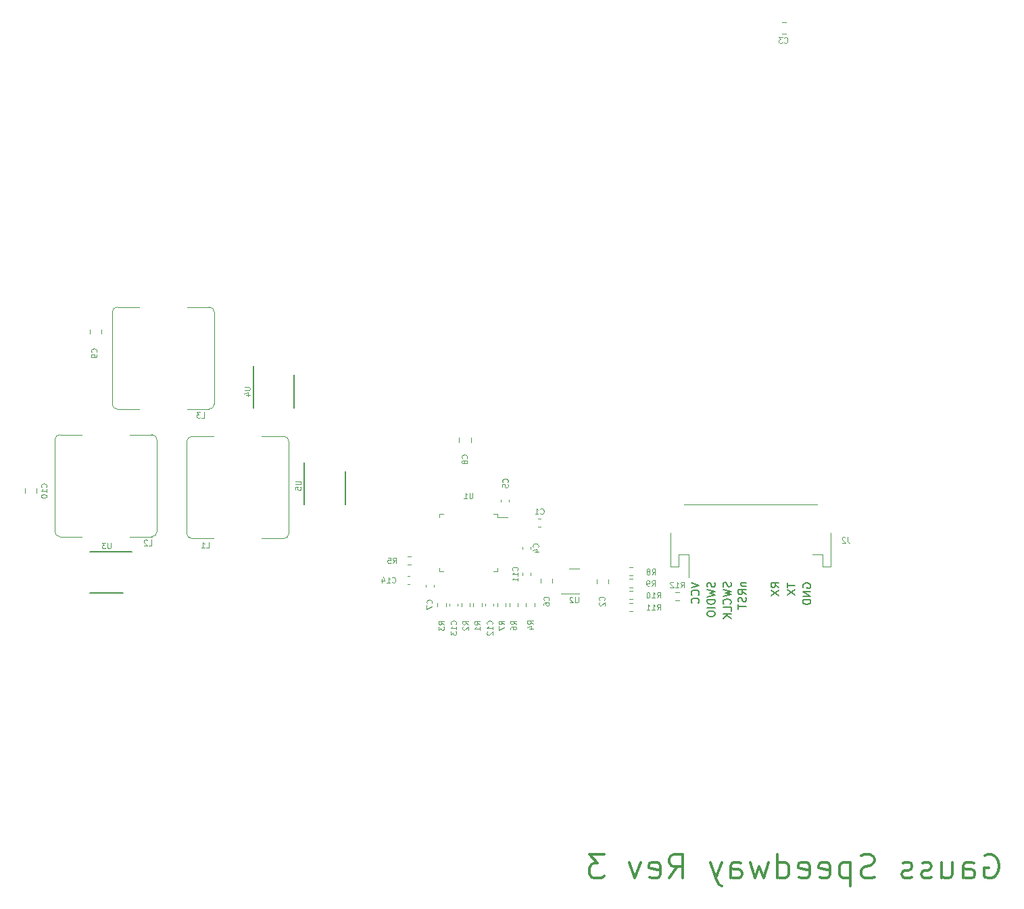
<source format=gbr>
%TF.GenerationSoftware,KiCad,Pcbnew,6.0.9-8da3e8f707~117~ubuntu22.04.1*%
%TF.CreationDate,2022-12-16T10:19:31-08:00*%
%TF.ProjectId,GaussSpeedway,47617573-7353-4706-9565-647761792e6b,rev?*%
%TF.SameCoordinates,Original*%
%TF.FileFunction,Legend,Bot*%
%TF.FilePolarity,Positive*%
%FSLAX46Y46*%
G04 Gerber Fmt 4.6, Leading zero omitted, Abs format (unit mm)*
G04 Created by KiCad (PCBNEW 6.0.9-8da3e8f707~117~ubuntu22.04.1) date 2022-12-16 10:19:31*
%MOMM*%
%LPD*%
G01*
G04 APERTURE LIST*
%ADD10C,0.150000*%
%ADD11C,0.300000*%
%ADD12C,0.100000*%
%ADD13C,0.120000*%
G04 APERTURE END LIST*
D10*
X234875000Y-149313095D02*
X234827380Y-149217857D01*
X234827380Y-149075000D01*
X234875000Y-148932142D01*
X234970238Y-148836904D01*
X235065476Y-148789285D01*
X235255952Y-148741666D01*
X235398809Y-148741666D01*
X235589285Y-148789285D01*
X235684523Y-148836904D01*
X235779761Y-148932142D01*
X235827380Y-149075000D01*
X235827380Y-149170238D01*
X235779761Y-149313095D01*
X235732142Y-149360714D01*
X235398809Y-149360714D01*
X235398809Y-149170238D01*
X235827380Y-149789285D02*
X234827380Y-149789285D01*
X235827380Y-150360714D01*
X234827380Y-150360714D01*
X235827380Y-150836904D02*
X234827380Y-150836904D01*
X234827380Y-151075000D01*
X234875000Y-151217857D01*
X234970238Y-151313095D01*
X235065476Y-151360714D01*
X235255952Y-151408333D01*
X235398809Y-151408333D01*
X235589285Y-151360714D01*
X235684523Y-151313095D01*
X235779761Y-151217857D01*
X235827380Y-151075000D01*
X235827380Y-150836904D01*
X231852380Y-149283333D02*
X231376190Y-148950000D01*
X231852380Y-148711904D02*
X230852380Y-148711904D01*
X230852380Y-149092857D01*
X230900000Y-149188095D01*
X230947619Y-149235714D01*
X231042857Y-149283333D01*
X231185714Y-149283333D01*
X231280952Y-149235714D01*
X231328571Y-149188095D01*
X231376190Y-149092857D01*
X231376190Y-148711904D01*
X230852380Y-149616666D02*
X231852380Y-150283333D01*
X230852380Y-150283333D02*
X231852380Y-149616666D01*
X232877380Y-148713095D02*
X232877380Y-149284523D01*
X233877380Y-148998809D02*
X232877380Y-148998809D01*
X232877380Y-149522619D02*
X233877380Y-150189285D01*
X232877380Y-150189285D02*
X233877380Y-149522619D01*
D11*
X257678571Y-182875000D02*
X257964285Y-182732142D01*
X258392857Y-182732142D01*
X258821428Y-182875000D01*
X259107142Y-183160714D01*
X259250000Y-183446428D01*
X259392857Y-184017857D01*
X259392857Y-184446428D01*
X259250000Y-185017857D01*
X259107142Y-185303571D01*
X258821428Y-185589285D01*
X258392857Y-185732142D01*
X258107142Y-185732142D01*
X257678571Y-185589285D01*
X257535714Y-185446428D01*
X257535714Y-184446428D01*
X258107142Y-184446428D01*
X254964285Y-185732142D02*
X254964285Y-184160714D01*
X255107142Y-183875000D01*
X255392857Y-183732142D01*
X255964285Y-183732142D01*
X256250000Y-183875000D01*
X254964285Y-185589285D02*
X255250000Y-185732142D01*
X255964285Y-185732142D01*
X256250000Y-185589285D01*
X256392857Y-185303571D01*
X256392857Y-185017857D01*
X256250000Y-184732142D01*
X255964285Y-184589285D01*
X255250000Y-184589285D01*
X254964285Y-184446428D01*
X252250000Y-183732142D02*
X252250000Y-185732142D01*
X253535714Y-183732142D02*
X253535714Y-185303571D01*
X253392857Y-185589285D01*
X253107142Y-185732142D01*
X252678571Y-185732142D01*
X252392857Y-185589285D01*
X252250000Y-185446428D01*
X250964285Y-185589285D02*
X250678571Y-185732142D01*
X250107142Y-185732142D01*
X249821428Y-185589285D01*
X249678571Y-185303571D01*
X249678571Y-185160714D01*
X249821428Y-184875000D01*
X250107142Y-184732142D01*
X250535714Y-184732142D01*
X250821428Y-184589285D01*
X250964285Y-184303571D01*
X250964285Y-184160714D01*
X250821428Y-183875000D01*
X250535714Y-183732142D01*
X250107142Y-183732142D01*
X249821428Y-183875000D01*
X248535714Y-185589285D02*
X248250000Y-185732142D01*
X247678571Y-185732142D01*
X247392857Y-185589285D01*
X247250000Y-185303571D01*
X247250000Y-185160714D01*
X247392857Y-184875000D01*
X247678571Y-184732142D01*
X248107142Y-184732142D01*
X248392857Y-184589285D01*
X248535714Y-184303571D01*
X248535714Y-184160714D01*
X248392857Y-183875000D01*
X248107142Y-183732142D01*
X247678571Y-183732142D01*
X247392857Y-183875000D01*
X243821428Y-185589285D02*
X243392857Y-185732142D01*
X242678571Y-185732142D01*
X242392857Y-185589285D01*
X242250000Y-185446428D01*
X242107142Y-185160714D01*
X242107142Y-184875000D01*
X242250000Y-184589285D01*
X242392857Y-184446428D01*
X242678571Y-184303571D01*
X243250000Y-184160714D01*
X243535714Y-184017857D01*
X243678571Y-183875000D01*
X243821428Y-183589285D01*
X243821428Y-183303571D01*
X243678571Y-183017857D01*
X243535714Y-182875000D01*
X243250000Y-182732142D01*
X242535714Y-182732142D01*
X242107142Y-182875000D01*
X240821428Y-183732142D02*
X240821428Y-186732142D01*
X240821428Y-183875000D02*
X240535714Y-183732142D01*
X239964285Y-183732142D01*
X239678571Y-183875000D01*
X239535714Y-184017857D01*
X239392857Y-184303571D01*
X239392857Y-185160714D01*
X239535714Y-185446428D01*
X239678571Y-185589285D01*
X239964285Y-185732142D01*
X240535714Y-185732142D01*
X240821428Y-185589285D01*
X236964285Y-185589285D02*
X237250000Y-185732142D01*
X237821428Y-185732142D01*
X238107142Y-185589285D01*
X238250000Y-185303571D01*
X238250000Y-184160714D01*
X238107142Y-183875000D01*
X237821428Y-183732142D01*
X237250000Y-183732142D01*
X236964285Y-183875000D01*
X236821428Y-184160714D01*
X236821428Y-184446428D01*
X238250000Y-184732142D01*
X234392857Y-185589285D02*
X234678571Y-185732142D01*
X235250000Y-185732142D01*
X235535714Y-185589285D01*
X235678571Y-185303571D01*
X235678571Y-184160714D01*
X235535714Y-183875000D01*
X235250000Y-183732142D01*
X234678571Y-183732142D01*
X234392857Y-183875000D01*
X234250000Y-184160714D01*
X234250000Y-184446428D01*
X235678571Y-184732142D01*
X231678571Y-185732142D02*
X231678571Y-182732142D01*
X231678571Y-185589285D02*
X231964285Y-185732142D01*
X232535714Y-185732142D01*
X232821428Y-185589285D01*
X232964285Y-185446428D01*
X233107142Y-185160714D01*
X233107142Y-184303571D01*
X232964285Y-184017857D01*
X232821428Y-183875000D01*
X232535714Y-183732142D01*
X231964285Y-183732142D01*
X231678571Y-183875000D01*
X230535714Y-183732142D02*
X229964285Y-185732142D01*
X229392857Y-184303571D01*
X228821428Y-185732142D01*
X228250000Y-183732142D01*
X225821428Y-185732142D02*
X225821428Y-184160714D01*
X225964285Y-183875000D01*
X226250000Y-183732142D01*
X226821428Y-183732142D01*
X227107142Y-183875000D01*
X225821428Y-185589285D02*
X226107142Y-185732142D01*
X226821428Y-185732142D01*
X227107142Y-185589285D01*
X227250000Y-185303571D01*
X227250000Y-185017857D01*
X227107142Y-184732142D01*
X226821428Y-184589285D01*
X226107142Y-184589285D01*
X225821428Y-184446428D01*
X224678571Y-183732142D02*
X223964285Y-185732142D01*
X223250000Y-183732142D02*
X223964285Y-185732142D01*
X224250000Y-186446428D01*
X224392857Y-186589285D01*
X224678571Y-186732142D01*
X218107142Y-185732142D02*
X219107142Y-184303571D01*
X219821428Y-185732142D02*
X219821428Y-182732142D01*
X218678571Y-182732142D01*
X218392857Y-182875000D01*
X218250000Y-183017857D01*
X218107142Y-183303571D01*
X218107142Y-183732142D01*
X218250000Y-184017857D01*
X218392857Y-184160714D01*
X218678571Y-184303571D01*
X219821428Y-184303571D01*
X215678571Y-185589285D02*
X215964285Y-185732142D01*
X216535714Y-185732142D01*
X216821428Y-185589285D01*
X216964285Y-185303571D01*
X216964285Y-184160714D01*
X216821428Y-183875000D01*
X216535714Y-183732142D01*
X215964285Y-183732142D01*
X215678571Y-183875000D01*
X215535714Y-184160714D01*
X215535714Y-184446428D01*
X216964285Y-184732142D01*
X214535714Y-183732142D02*
X213821428Y-185732142D01*
X213107142Y-183732142D01*
X209964285Y-182732142D02*
X208107142Y-182732142D01*
X209107142Y-183875000D01*
X208678571Y-183875000D01*
X208392857Y-184017857D01*
X208250000Y-184160714D01*
X208107142Y-184446428D01*
X208107142Y-185160714D01*
X208250000Y-185446428D01*
X208392857Y-185589285D01*
X208678571Y-185732142D01*
X209535714Y-185732142D01*
X209821428Y-185589285D01*
X209964285Y-185446428D01*
D10*
X220852380Y-148666666D02*
X221852380Y-149000000D01*
X220852380Y-149333333D01*
X221757142Y-150238095D02*
X221804761Y-150190476D01*
X221852380Y-150047619D01*
X221852380Y-149952380D01*
X221804761Y-149809523D01*
X221709523Y-149714285D01*
X221614285Y-149666666D01*
X221423809Y-149619047D01*
X221280952Y-149619047D01*
X221090476Y-149666666D01*
X220995238Y-149714285D01*
X220900000Y-149809523D01*
X220852380Y-149952380D01*
X220852380Y-150047619D01*
X220900000Y-150190476D01*
X220947619Y-150238095D01*
X221757142Y-151238095D02*
X221804761Y-151190476D01*
X221852380Y-151047619D01*
X221852380Y-150952380D01*
X221804761Y-150809523D01*
X221709523Y-150714285D01*
X221614285Y-150666666D01*
X221423809Y-150619047D01*
X221280952Y-150619047D01*
X221090476Y-150666666D01*
X220995238Y-150714285D01*
X220900000Y-150809523D01*
X220852380Y-150952380D01*
X220852380Y-151047619D01*
X220900000Y-151190476D01*
X220947619Y-151238095D01*
X225804761Y-148638095D02*
X225852380Y-148780952D01*
X225852380Y-149019047D01*
X225804761Y-149114285D01*
X225757142Y-149161904D01*
X225661904Y-149209523D01*
X225566666Y-149209523D01*
X225471428Y-149161904D01*
X225423809Y-149114285D01*
X225376190Y-149019047D01*
X225328571Y-148828571D01*
X225280952Y-148733333D01*
X225233333Y-148685714D01*
X225138095Y-148638095D01*
X225042857Y-148638095D01*
X224947619Y-148685714D01*
X224900000Y-148733333D01*
X224852380Y-148828571D01*
X224852380Y-149066666D01*
X224900000Y-149209523D01*
X224852380Y-149542857D02*
X225852380Y-149780952D01*
X225138095Y-149971428D01*
X225852380Y-150161904D01*
X224852380Y-150400000D01*
X225757142Y-151352380D02*
X225804761Y-151304761D01*
X225852380Y-151161904D01*
X225852380Y-151066666D01*
X225804761Y-150923809D01*
X225709523Y-150828571D01*
X225614285Y-150780952D01*
X225423809Y-150733333D01*
X225280952Y-150733333D01*
X225090476Y-150780952D01*
X224995238Y-150828571D01*
X224900000Y-150923809D01*
X224852380Y-151066666D01*
X224852380Y-151161904D01*
X224900000Y-151304761D01*
X224947619Y-151352380D01*
X225852380Y-152257142D02*
X225852380Y-151780952D01*
X224852380Y-151780952D01*
X225852380Y-152590476D02*
X224852380Y-152590476D01*
X225852380Y-153161904D02*
X225280952Y-152733333D01*
X224852380Y-153161904D02*
X225423809Y-152590476D01*
X223804761Y-148680952D02*
X223852380Y-148823809D01*
X223852380Y-149061904D01*
X223804761Y-149157142D01*
X223757142Y-149204761D01*
X223661904Y-149252380D01*
X223566666Y-149252380D01*
X223471428Y-149204761D01*
X223423809Y-149157142D01*
X223376190Y-149061904D01*
X223328571Y-148871428D01*
X223280952Y-148776190D01*
X223233333Y-148728571D01*
X223138095Y-148680952D01*
X223042857Y-148680952D01*
X222947619Y-148728571D01*
X222900000Y-148776190D01*
X222852380Y-148871428D01*
X222852380Y-149109523D01*
X222900000Y-149252380D01*
X222852380Y-149585714D02*
X223852380Y-149823809D01*
X223138095Y-150014285D01*
X223852380Y-150204761D01*
X222852380Y-150442857D01*
X223852380Y-150823809D02*
X222852380Y-150823809D01*
X222852380Y-151061904D01*
X222900000Y-151204761D01*
X222995238Y-151300000D01*
X223090476Y-151347619D01*
X223280952Y-151395238D01*
X223423809Y-151395238D01*
X223614285Y-151347619D01*
X223709523Y-151300000D01*
X223804761Y-151204761D01*
X223852380Y-151061904D01*
X223852380Y-150823809D01*
X223852380Y-151823809D02*
X222852380Y-151823809D01*
X222852380Y-152490476D02*
X222852380Y-152680952D01*
X222900000Y-152776190D01*
X222995238Y-152871428D01*
X223185714Y-152919047D01*
X223519047Y-152919047D01*
X223709523Y-152871428D01*
X223804761Y-152776190D01*
X223852380Y-152680952D01*
X223852380Y-152490476D01*
X223804761Y-152395238D01*
X223709523Y-152300000D01*
X223519047Y-152252380D01*
X223185714Y-152252380D01*
X222995238Y-152300000D01*
X222900000Y-152395238D01*
X222852380Y-152490476D01*
X227085714Y-148678571D02*
X227752380Y-148678571D01*
X227180952Y-148678571D02*
X227133333Y-148726190D01*
X227085714Y-148821428D01*
X227085714Y-148964285D01*
X227133333Y-149059523D01*
X227228571Y-149107142D01*
X227752380Y-149107142D01*
X227752380Y-150154761D02*
X227276190Y-149821428D01*
X227752380Y-149583333D02*
X226752380Y-149583333D01*
X226752380Y-149964285D01*
X226800000Y-150059523D01*
X226847619Y-150107142D01*
X226942857Y-150154761D01*
X227085714Y-150154761D01*
X227180952Y-150107142D01*
X227228571Y-150059523D01*
X227276190Y-149964285D01*
X227276190Y-149583333D01*
X227704761Y-150535714D02*
X227752380Y-150678571D01*
X227752380Y-150916666D01*
X227704761Y-151011904D01*
X227657142Y-151059523D01*
X227561904Y-151107142D01*
X227466666Y-151107142D01*
X227371428Y-151059523D01*
X227323809Y-151011904D01*
X227276190Y-150916666D01*
X227228571Y-150726190D01*
X227180952Y-150630952D01*
X227133333Y-150583333D01*
X227038095Y-150535714D01*
X226942857Y-150535714D01*
X226847619Y-150583333D01*
X226800000Y-150630952D01*
X226752380Y-150726190D01*
X226752380Y-150964285D01*
X226800000Y-151107142D01*
X226752380Y-151392857D02*
X226752380Y-151964285D01*
X227752380Y-151678571D02*
X226752380Y-151678571D01*
D12*
%TO.C,C10*%
X140060000Y-136700000D02*
X140093333Y-136666666D01*
X140126666Y-136566666D01*
X140126666Y-136500000D01*
X140093333Y-136400000D01*
X140026666Y-136333333D01*
X139960000Y-136300000D01*
X139826666Y-136266666D01*
X139726666Y-136266666D01*
X139593333Y-136300000D01*
X139526666Y-136333333D01*
X139460000Y-136400000D01*
X139426666Y-136500000D01*
X139426666Y-136566666D01*
X139460000Y-136666666D01*
X139493333Y-136700000D01*
X140126666Y-137366666D02*
X140126666Y-136966666D01*
X140126666Y-137166666D02*
X139426666Y-137166666D01*
X139526666Y-137100000D01*
X139593333Y-137033333D01*
X139626666Y-136966666D01*
X139426666Y-137800000D02*
X139426666Y-137866666D01*
X139460000Y-137933333D01*
X139493333Y-137966666D01*
X139560000Y-138000000D01*
X139693333Y-138033333D01*
X139860000Y-138033333D01*
X139993333Y-138000000D01*
X140060000Y-137966666D01*
X140093333Y-137933333D01*
X140126666Y-137866666D01*
X140126666Y-137800000D01*
X140093333Y-137733333D01*
X140060000Y-137700000D01*
X139993333Y-137666666D01*
X139860000Y-137633333D01*
X139693333Y-137633333D01*
X139560000Y-137666666D01*
X139493333Y-137700000D01*
X139460000Y-137733333D01*
X139426666Y-137800000D01*
%TO.C,R8*%
X215941666Y-147666666D02*
X216175000Y-147333333D01*
X216341666Y-147666666D02*
X216341666Y-146966666D01*
X216075000Y-146966666D01*
X216008333Y-147000000D01*
X215975000Y-147033333D01*
X215941666Y-147100000D01*
X215941666Y-147200000D01*
X215975000Y-147266666D01*
X216008333Y-147300000D01*
X216075000Y-147333333D01*
X216341666Y-147333333D01*
X215541666Y-147266666D02*
X215608333Y-147233333D01*
X215641666Y-147200000D01*
X215675000Y-147133333D01*
X215675000Y-147100000D01*
X215641666Y-147033333D01*
X215608333Y-147000000D01*
X215541666Y-146966666D01*
X215408333Y-146966666D01*
X215341666Y-147000000D01*
X215308333Y-147033333D01*
X215275000Y-147100000D01*
X215275000Y-147133333D01*
X215308333Y-147200000D01*
X215341666Y-147233333D01*
X215408333Y-147266666D01*
X215541666Y-147266666D01*
X215608333Y-147300000D01*
X215641666Y-147333333D01*
X215675000Y-147400000D01*
X215675000Y-147533333D01*
X215641666Y-147600000D01*
X215608333Y-147633333D01*
X215541666Y-147666666D01*
X215408333Y-147666666D01*
X215341666Y-147633333D01*
X215308333Y-147600000D01*
X215275000Y-147533333D01*
X215275000Y-147400000D01*
X215308333Y-147333333D01*
X215341666Y-147300000D01*
X215408333Y-147266666D01*
%TO.C,U1*%
X193483333Y-137416666D02*
X193483333Y-137983333D01*
X193450000Y-138050000D01*
X193416666Y-138083333D01*
X193350000Y-138116666D01*
X193216666Y-138116666D01*
X193150000Y-138083333D01*
X193116666Y-138050000D01*
X193083333Y-137983333D01*
X193083333Y-137416666D01*
X192383333Y-138116666D02*
X192783333Y-138116666D01*
X192583333Y-138116666D02*
X192583333Y-137416666D01*
X192650000Y-137516666D01*
X192716666Y-137583333D01*
X192783333Y-137616666D01*
%TO.C,U5*%
X171266666Y-135966666D02*
X171833333Y-135966666D01*
X171900000Y-136000000D01*
X171933333Y-136033333D01*
X171966666Y-136100000D01*
X171966666Y-136233333D01*
X171933333Y-136300000D01*
X171900000Y-136333333D01*
X171833333Y-136366666D01*
X171266666Y-136366666D01*
X171266666Y-137033333D02*
X171266666Y-136700000D01*
X171600000Y-136666666D01*
X171566666Y-136700000D01*
X171533333Y-136766666D01*
X171533333Y-136933333D01*
X171566666Y-137000000D01*
X171600000Y-137033333D01*
X171666666Y-137066666D01*
X171833333Y-137066666D01*
X171900000Y-137033333D01*
X171933333Y-137000000D01*
X171966666Y-136933333D01*
X171966666Y-136766666D01*
X171933333Y-136700000D01*
X171900000Y-136666666D01*
%TO.C,R3*%
X189916666Y-153933333D02*
X189583333Y-153700000D01*
X189916666Y-153533333D02*
X189216666Y-153533333D01*
X189216666Y-153800000D01*
X189250000Y-153866666D01*
X189283333Y-153900000D01*
X189350000Y-153933333D01*
X189450000Y-153933333D01*
X189516666Y-153900000D01*
X189550000Y-153866666D01*
X189583333Y-153800000D01*
X189583333Y-153533333D01*
X189216666Y-154166666D02*
X189216666Y-154600000D01*
X189483333Y-154366666D01*
X189483333Y-154466666D01*
X189516666Y-154533333D01*
X189550000Y-154566666D01*
X189616666Y-154600000D01*
X189783333Y-154600000D01*
X189850000Y-154566666D01*
X189883333Y-154533333D01*
X189916666Y-154466666D01*
X189916666Y-154266666D01*
X189883333Y-154200000D01*
X189850000Y-154166666D01*
%TO.C,C4*%
X201650000Y-144233333D02*
X201683333Y-144200000D01*
X201716666Y-144100000D01*
X201716666Y-144033333D01*
X201683333Y-143933333D01*
X201616666Y-143866666D01*
X201550000Y-143833333D01*
X201416666Y-143800000D01*
X201316666Y-143800000D01*
X201183333Y-143833333D01*
X201116666Y-143866666D01*
X201050000Y-143933333D01*
X201016666Y-144033333D01*
X201016666Y-144100000D01*
X201050000Y-144200000D01*
X201083333Y-144233333D01*
X201250000Y-144833333D02*
X201716666Y-144833333D01*
X200983333Y-144666666D02*
X201483333Y-144500000D01*
X201483333Y-144933333D01*
%TO.C,J2*%
X240433333Y-142966666D02*
X240433333Y-143466666D01*
X240466666Y-143566666D01*
X240533333Y-143633333D01*
X240633333Y-143666666D01*
X240700000Y-143666666D01*
X240133333Y-143033333D02*
X240100000Y-143000000D01*
X240033333Y-142966666D01*
X239866666Y-142966666D01*
X239800000Y-143000000D01*
X239766666Y-143033333D01*
X239733333Y-143100000D01*
X239733333Y-143166666D01*
X239766666Y-143266666D01*
X240166666Y-143666666D01*
X239733333Y-143666666D01*
%TO.C,C7*%
X188350000Y-151283333D02*
X188383333Y-151250000D01*
X188416666Y-151150000D01*
X188416666Y-151083333D01*
X188383333Y-150983333D01*
X188316666Y-150916666D01*
X188250000Y-150883333D01*
X188116666Y-150850000D01*
X188016666Y-150850000D01*
X187883333Y-150883333D01*
X187816666Y-150916666D01*
X187750000Y-150983333D01*
X187716666Y-151083333D01*
X187716666Y-151150000D01*
X187750000Y-151250000D01*
X187783333Y-151283333D01*
X187716666Y-151516666D02*
X187716666Y-151983333D01*
X188416666Y-151683333D01*
%TO.C,L1*%
X160116666Y-144316666D02*
X160450000Y-144316666D01*
X160450000Y-143616666D01*
X159516666Y-144316666D02*
X159916666Y-144316666D01*
X159716666Y-144316666D02*
X159716666Y-143616666D01*
X159783333Y-143716666D01*
X159850000Y-143783333D01*
X159916666Y-143816666D01*
%TO.C,R9*%
X215916666Y-149091666D02*
X216150000Y-148758333D01*
X216316666Y-149091666D02*
X216316666Y-148391666D01*
X216050000Y-148391666D01*
X215983333Y-148425000D01*
X215950000Y-148458333D01*
X215916666Y-148525000D01*
X215916666Y-148625000D01*
X215950000Y-148691666D01*
X215983333Y-148725000D01*
X216050000Y-148758333D01*
X216316666Y-148758333D01*
X215583333Y-149091666D02*
X215450000Y-149091666D01*
X215383333Y-149058333D01*
X215350000Y-149025000D01*
X215283333Y-148925000D01*
X215250000Y-148791666D01*
X215250000Y-148525000D01*
X215283333Y-148458333D01*
X215316666Y-148425000D01*
X215383333Y-148391666D01*
X215516666Y-148391666D01*
X215583333Y-148425000D01*
X215616666Y-148458333D01*
X215650000Y-148525000D01*
X215650000Y-148691666D01*
X215616666Y-148758333D01*
X215583333Y-148791666D01*
X215516666Y-148825000D01*
X215383333Y-148825000D01*
X215316666Y-148791666D01*
X215283333Y-148758333D01*
X215250000Y-148691666D01*
%TO.C,U2*%
X206733333Y-150491666D02*
X206733333Y-151058333D01*
X206700000Y-151125000D01*
X206666666Y-151158333D01*
X206600000Y-151191666D01*
X206466666Y-151191666D01*
X206400000Y-151158333D01*
X206366666Y-151125000D01*
X206333333Y-151058333D01*
X206333333Y-150491666D01*
X206033333Y-150558333D02*
X206000000Y-150525000D01*
X205933333Y-150491666D01*
X205766666Y-150491666D01*
X205700000Y-150525000D01*
X205666666Y-150558333D01*
X205633333Y-150625000D01*
X205633333Y-150691666D01*
X205666666Y-150791666D01*
X206066666Y-151191666D01*
X205633333Y-151191666D01*
%TO.C,C5*%
X197850000Y-136083333D02*
X197883333Y-136050000D01*
X197916666Y-135950000D01*
X197916666Y-135883333D01*
X197883333Y-135783333D01*
X197816666Y-135716666D01*
X197750000Y-135683333D01*
X197616666Y-135650000D01*
X197516666Y-135650000D01*
X197383333Y-135683333D01*
X197316666Y-135716666D01*
X197250000Y-135783333D01*
X197216666Y-135883333D01*
X197216666Y-135950000D01*
X197250000Y-136050000D01*
X197283333Y-136083333D01*
X197216666Y-136716666D02*
X197216666Y-136383333D01*
X197550000Y-136350000D01*
X197516666Y-136383333D01*
X197483333Y-136450000D01*
X197483333Y-136616666D01*
X197516666Y-136683333D01*
X197550000Y-136716666D01*
X197616666Y-136750000D01*
X197783333Y-136750000D01*
X197850000Y-136716666D01*
X197883333Y-136683333D01*
X197916666Y-136616666D01*
X197916666Y-136450000D01*
X197883333Y-136383333D01*
X197850000Y-136350000D01*
%TO.C,C3*%
X232516666Y-80950000D02*
X232550000Y-80983333D01*
X232650000Y-81016666D01*
X232716666Y-81016666D01*
X232816666Y-80983333D01*
X232883333Y-80916666D01*
X232916666Y-80850000D01*
X232950000Y-80716666D01*
X232950000Y-80616666D01*
X232916666Y-80483333D01*
X232883333Y-80416666D01*
X232816666Y-80350000D01*
X232716666Y-80316666D01*
X232650000Y-80316666D01*
X232550000Y-80350000D01*
X232516666Y-80383333D01*
X232283333Y-80316666D02*
X231850000Y-80316666D01*
X232083333Y-80583333D01*
X231983333Y-80583333D01*
X231916666Y-80616666D01*
X231883333Y-80650000D01*
X231850000Y-80716666D01*
X231850000Y-80883333D01*
X231883333Y-80950000D01*
X231916666Y-80983333D01*
X231983333Y-81016666D01*
X232183333Y-81016666D01*
X232250000Y-80983333D01*
X232283333Y-80950000D01*
%TO.C,R4*%
X201041666Y-153883333D02*
X200708333Y-153650000D01*
X201041666Y-153483333D02*
X200341666Y-153483333D01*
X200341666Y-153750000D01*
X200375000Y-153816666D01*
X200408333Y-153850000D01*
X200475000Y-153883333D01*
X200575000Y-153883333D01*
X200641666Y-153850000D01*
X200675000Y-153816666D01*
X200708333Y-153750000D01*
X200708333Y-153483333D01*
X200575000Y-154483333D02*
X201041666Y-154483333D01*
X200308333Y-154316666D02*
X200808333Y-154150000D01*
X200808333Y-154583333D01*
%TO.C,R2*%
X192916666Y-153933333D02*
X192583333Y-153700000D01*
X192916666Y-153533333D02*
X192216666Y-153533333D01*
X192216666Y-153800000D01*
X192250000Y-153866666D01*
X192283333Y-153900000D01*
X192350000Y-153933333D01*
X192450000Y-153933333D01*
X192516666Y-153900000D01*
X192550000Y-153866666D01*
X192583333Y-153800000D01*
X192583333Y-153533333D01*
X192283333Y-154200000D02*
X192250000Y-154233333D01*
X192216666Y-154300000D01*
X192216666Y-154466666D01*
X192250000Y-154533333D01*
X192283333Y-154566666D01*
X192350000Y-154600000D01*
X192416666Y-154600000D01*
X192516666Y-154566666D01*
X192916666Y-154166666D01*
X192916666Y-154600000D01*
%TO.C,U3*%
X148183333Y-143696666D02*
X148183333Y-144263333D01*
X148150000Y-144330000D01*
X148116666Y-144363333D01*
X148050000Y-144396666D01*
X147916666Y-144396666D01*
X147850000Y-144363333D01*
X147816666Y-144330000D01*
X147783333Y-144263333D01*
X147783333Y-143696666D01*
X147516666Y-143696666D02*
X147083333Y-143696666D01*
X147316666Y-143963333D01*
X147216666Y-143963333D01*
X147150000Y-143996666D01*
X147116666Y-144030000D01*
X147083333Y-144096666D01*
X147083333Y-144263333D01*
X147116666Y-144330000D01*
X147150000Y-144363333D01*
X147216666Y-144396666D01*
X147416666Y-144396666D01*
X147483333Y-144363333D01*
X147516666Y-144330000D01*
%TO.C,C14*%
X183400000Y-148625000D02*
X183433333Y-148658333D01*
X183533333Y-148691666D01*
X183600000Y-148691666D01*
X183700000Y-148658333D01*
X183766666Y-148591666D01*
X183800000Y-148525000D01*
X183833333Y-148391666D01*
X183833333Y-148291666D01*
X183800000Y-148158333D01*
X183766666Y-148091666D01*
X183700000Y-148025000D01*
X183600000Y-147991666D01*
X183533333Y-147991666D01*
X183433333Y-148025000D01*
X183400000Y-148058333D01*
X182733333Y-148691666D02*
X183133333Y-148691666D01*
X182933333Y-148691666D02*
X182933333Y-147991666D01*
X183000000Y-148091666D01*
X183066666Y-148158333D01*
X183133333Y-148191666D01*
X182133333Y-148225000D02*
X182133333Y-148691666D01*
X182300000Y-147958333D02*
X182466666Y-148458333D01*
X182033333Y-148458333D01*
%TO.C,U4*%
X164886666Y-124166666D02*
X165453333Y-124166666D01*
X165520000Y-124200000D01*
X165553333Y-124233333D01*
X165586666Y-124300000D01*
X165586666Y-124433333D01*
X165553333Y-124500000D01*
X165520000Y-124533333D01*
X165453333Y-124566666D01*
X164886666Y-124566666D01*
X165120000Y-125200000D02*
X165586666Y-125200000D01*
X164853333Y-125033333D02*
X165353333Y-124866666D01*
X165353333Y-125300000D01*
%TO.C,C11*%
X199070000Y-147150000D02*
X199103333Y-147116666D01*
X199136666Y-147016666D01*
X199136666Y-146950000D01*
X199103333Y-146850000D01*
X199036666Y-146783333D01*
X198970000Y-146750000D01*
X198836666Y-146716666D01*
X198736666Y-146716666D01*
X198603333Y-146750000D01*
X198536666Y-146783333D01*
X198470000Y-146850000D01*
X198436666Y-146950000D01*
X198436666Y-147016666D01*
X198470000Y-147116666D01*
X198503333Y-147150000D01*
X199136666Y-147816666D02*
X199136666Y-147416666D01*
X199136666Y-147616666D02*
X198436666Y-147616666D01*
X198536666Y-147550000D01*
X198603333Y-147483333D01*
X198636666Y-147416666D01*
X199136666Y-148483333D02*
X199136666Y-148083333D01*
X199136666Y-148283333D02*
X198436666Y-148283333D01*
X198536666Y-148216666D01*
X198603333Y-148150000D01*
X198636666Y-148083333D01*
%TO.C,C12*%
X195900000Y-153900000D02*
X195933333Y-153866666D01*
X195966666Y-153766666D01*
X195966666Y-153700000D01*
X195933333Y-153600000D01*
X195866666Y-153533333D01*
X195800000Y-153500000D01*
X195666666Y-153466666D01*
X195566666Y-153466666D01*
X195433333Y-153500000D01*
X195366666Y-153533333D01*
X195300000Y-153600000D01*
X195266666Y-153700000D01*
X195266666Y-153766666D01*
X195300000Y-153866666D01*
X195333333Y-153900000D01*
X195966666Y-154566666D02*
X195966666Y-154166666D01*
X195966666Y-154366666D02*
X195266666Y-154366666D01*
X195366666Y-154300000D01*
X195433333Y-154233333D01*
X195466666Y-154166666D01*
X195333333Y-154833333D02*
X195300000Y-154866666D01*
X195266666Y-154933333D01*
X195266666Y-155100000D01*
X195300000Y-155166666D01*
X195333333Y-155200000D01*
X195400000Y-155233333D01*
X195466666Y-155233333D01*
X195566666Y-155200000D01*
X195966666Y-154800000D01*
X195966666Y-155233333D01*
%TO.C,L2*%
X152916666Y-144016666D02*
X153250000Y-144016666D01*
X153250000Y-143316666D01*
X152716666Y-143383333D02*
X152683333Y-143350000D01*
X152616666Y-143316666D01*
X152450000Y-143316666D01*
X152383333Y-143350000D01*
X152350000Y-143383333D01*
X152316666Y-143450000D01*
X152316666Y-143516666D01*
X152350000Y-143616666D01*
X152750000Y-144016666D01*
X152316666Y-144016666D01*
%TO.C,C2*%
X209950000Y-150883333D02*
X209983333Y-150850000D01*
X210016666Y-150750000D01*
X210016666Y-150683333D01*
X209983333Y-150583333D01*
X209916666Y-150516666D01*
X209850000Y-150483333D01*
X209716666Y-150450000D01*
X209616666Y-150450000D01*
X209483333Y-150483333D01*
X209416666Y-150516666D01*
X209350000Y-150583333D01*
X209316666Y-150683333D01*
X209316666Y-150750000D01*
X209350000Y-150850000D01*
X209383333Y-150883333D01*
X209383333Y-151150000D02*
X209350000Y-151183333D01*
X209316666Y-151250000D01*
X209316666Y-151416666D01*
X209350000Y-151483333D01*
X209383333Y-151516666D01*
X209450000Y-151550000D01*
X209516666Y-151550000D01*
X209616666Y-151516666D01*
X210016666Y-151116666D01*
X210016666Y-151550000D01*
%TO.C,R6*%
X198941666Y-153908333D02*
X198608333Y-153675000D01*
X198941666Y-153508333D02*
X198241666Y-153508333D01*
X198241666Y-153775000D01*
X198275000Y-153841666D01*
X198308333Y-153875000D01*
X198375000Y-153908333D01*
X198475000Y-153908333D01*
X198541666Y-153875000D01*
X198575000Y-153841666D01*
X198608333Y-153775000D01*
X198608333Y-153508333D01*
X198241666Y-154508333D02*
X198241666Y-154375000D01*
X198275000Y-154308333D01*
X198308333Y-154275000D01*
X198408333Y-154208333D01*
X198541666Y-154175000D01*
X198808333Y-154175000D01*
X198875000Y-154208333D01*
X198908333Y-154241666D01*
X198941666Y-154308333D01*
X198941666Y-154441666D01*
X198908333Y-154508333D01*
X198875000Y-154541666D01*
X198808333Y-154575000D01*
X198641666Y-154575000D01*
X198575000Y-154541666D01*
X198541666Y-154508333D01*
X198508333Y-154441666D01*
X198508333Y-154308333D01*
X198541666Y-154241666D01*
X198575000Y-154208333D01*
X198641666Y-154175000D01*
%TO.C,R7*%
X197441666Y-153908333D02*
X197108333Y-153675000D01*
X197441666Y-153508333D02*
X196741666Y-153508333D01*
X196741666Y-153775000D01*
X196775000Y-153841666D01*
X196808333Y-153875000D01*
X196875000Y-153908333D01*
X196975000Y-153908333D01*
X197041666Y-153875000D01*
X197075000Y-153841666D01*
X197108333Y-153775000D01*
X197108333Y-153508333D01*
X196741666Y-154141666D02*
X196741666Y-154608333D01*
X197441666Y-154308333D01*
%TO.C,C13*%
X191375000Y-153900000D02*
X191408333Y-153866666D01*
X191441666Y-153766666D01*
X191441666Y-153700000D01*
X191408333Y-153600000D01*
X191341666Y-153533333D01*
X191275000Y-153500000D01*
X191141666Y-153466666D01*
X191041666Y-153466666D01*
X190908333Y-153500000D01*
X190841666Y-153533333D01*
X190775000Y-153600000D01*
X190741666Y-153700000D01*
X190741666Y-153766666D01*
X190775000Y-153866666D01*
X190808333Y-153900000D01*
X191441666Y-154566666D02*
X191441666Y-154166666D01*
X191441666Y-154366666D02*
X190741666Y-154366666D01*
X190841666Y-154300000D01*
X190908333Y-154233333D01*
X190941666Y-154166666D01*
X190741666Y-154800000D02*
X190741666Y-155233333D01*
X191008333Y-155000000D01*
X191008333Y-155100000D01*
X191041666Y-155166666D01*
X191075000Y-155200000D01*
X191141666Y-155233333D01*
X191308333Y-155233333D01*
X191375000Y-155200000D01*
X191408333Y-155166666D01*
X191441666Y-155100000D01*
X191441666Y-154900000D01*
X191408333Y-154833333D01*
X191375000Y-154800000D01*
%TO.C,R1*%
X194416666Y-153958333D02*
X194083333Y-153725000D01*
X194416666Y-153558333D02*
X193716666Y-153558333D01*
X193716666Y-153825000D01*
X193750000Y-153891666D01*
X193783333Y-153925000D01*
X193850000Y-153958333D01*
X193950000Y-153958333D01*
X194016666Y-153925000D01*
X194050000Y-153891666D01*
X194083333Y-153825000D01*
X194083333Y-153558333D01*
X194416666Y-154625000D02*
X194416666Y-154225000D01*
X194416666Y-154425000D02*
X193716666Y-154425000D01*
X193816666Y-154358333D01*
X193883333Y-154291666D01*
X193916666Y-154225000D01*
%TO.C,C1*%
X201966666Y-140020000D02*
X202000000Y-140053333D01*
X202100000Y-140086666D01*
X202166666Y-140086666D01*
X202266666Y-140053333D01*
X202333333Y-139986666D01*
X202366666Y-139920000D01*
X202400000Y-139786666D01*
X202400000Y-139686666D01*
X202366666Y-139553333D01*
X202333333Y-139486666D01*
X202266666Y-139420000D01*
X202166666Y-139386666D01*
X202100000Y-139386666D01*
X202000000Y-139420000D01*
X201966666Y-139453333D01*
X201300000Y-140086666D02*
X201700000Y-140086666D01*
X201500000Y-140086666D02*
X201500000Y-139386666D01*
X201566666Y-139486666D01*
X201633333Y-139553333D01*
X201700000Y-139586666D01*
%TO.C,C9*%
X146350000Y-119783333D02*
X146383333Y-119750000D01*
X146416666Y-119650000D01*
X146416666Y-119583333D01*
X146383333Y-119483333D01*
X146316666Y-119416666D01*
X146250000Y-119383333D01*
X146116666Y-119350000D01*
X146016666Y-119350000D01*
X145883333Y-119383333D01*
X145816666Y-119416666D01*
X145750000Y-119483333D01*
X145716666Y-119583333D01*
X145716666Y-119650000D01*
X145750000Y-119750000D01*
X145783333Y-119783333D01*
X146416666Y-120116666D02*
X146416666Y-120250000D01*
X146383333Y-120316666D01*
X146350000Y-120350000D01*
X146250000Y-120416666D01*
X146116666Y-120450000D01*
X145850000Y-120450000D01*
X145783333Y-120416666D01*
X145750000Y-120383333D01*
X145716666Y-120316666D01*
X145716666Y-120183333D01*
X145750000Y-120116666D01*
X145783333Y-120083333D01*
X145850000Y-120050000D01*
X146016666Y-120050000D01*
X146083333Y-120083333D01*
X146116666Y-120116666D01*
X146150000Y-120183333D01*
X146150000Y-120316666D01*
X146116666Y-120383333D01*
X146083333Y-120416666D01*
X146016666Y-120450000D01*
%TO.C,C8*%
X192750000Y-133083333D02*
X192783333Y-133050000D01*
X192816666Y-132950000D01*
X192816666Y-132883333D01*
X192783333Y-132783333D01*
X192716666Y-132716666D01*
X192650000Y-132683333D01*
X192516666Y-132650000D01*
X192416666Y-132650000D01*
X192283333Y-132683333D01*
X192216666Y-132716666D01*
X192150000Y-132783333D01*
X192116666Y-132883333D01*
X192116666Y-132950000D01*
X192150000Y-133050000D01*
X192183333Y-133083333D01*
X192416666Y-133483333D02*
X192383333Y-133416666D01*
X192350000Y-133383333D01*
X192283333Y-133350000D01*
X192250000Y-133350000D01*
X192183333Y-133383333D01*
X192150000Y-133416666D01*
X192116666Y-133483333D01*
X192116666Y-133616666D01*
X192150000Y-133683333D01*
X192183333Y-133716666D01*
X192250000Y-133750000D01*
X192283333Y-133750000D01*
X192350000Y-133716666D01*
X192383333Y-133683333D01*
X192416666Y-133616666D01*
X192416666Y-133483333D01*
X192450000Y-133416666D01*
X192483333Y-133383333D01*
X192550000Y-133350000D01*
X192683333Y-133350000D01*
X192750000Y-133383333D01*
X192783333Y-133416666D01*
X192816666Y-133483333D01*
X192816666Y-133616666D01*
X192783333Y-133683333D01*
X192750000Y-133716666D01*
X192683333Y-133750000D01*
X192550000Y-133750000D01*
X192483333Y-133716666D01*
X192450000Y-133683333D01*
X192416666Y-133616666D01*
%TO.C,R10*%
X216600000Y-150591666D02*
X216833333Y-150258333D01*
X217000000Y-150591666D02*
X217000000Y-149891666D01*
X216733333Y-149891666D01*
X216666666Y-149925000D01*
X216633333Y-149958333D01*
X216600000Y-150025000D01*
X216600000Y-150125000D01*
X216633333Y-150191666D01*
X216666666Y-150225000D01*
X216733333Y-150258333D01*
X217000000Y-150258333D01*
X215933333Y-150591666D02*
X216333333Y-150591666D01*
X216133333Y-150591666D02*
X216133333Y-149891666D01*
X216200000Y-149991666D01*
X216266666Y-150058333D01*
X216333333Y-150091666D01*
X215500000Y-149891666D02*
X215433333Y-149891666D01*
X215366666Y-149925000D01*
X215333333Y-149958333D01*
X215300000Y-150025000D01*
X215266666Y-150158333D01*
X215266666Y-150325000D01*
X215300000Y-150458333D01*
X215333333Y-150525000D01*
X215366666Y-150558333D01*
X215433333Y-150591666D01*
X215500000Y-150591666D01*
X215566666Y-150558333D01*
X215600000Y-150525000D01*
X215633333Y-150458333D01*
X215666666Y-150325000D01*
X215666666Y-150158333D01*
X215633333Y-150025000D01*
X215600000Y-149958333D01*
X215566666Y-149925000D01*
X215500000Y-149891666D01*
%TO.C,R11*%
X216600000Y-152091666D02*
X216833333Y-151758333D01*
X217000000Y-152091666D02*
X217000000Y-151391666D01*
X216733333Y-151391666D01*
X216666666Y-151425000D01*
X216633333Y-151458333D01*
X216600000Y-151525000D01*
X216600000Y-151625000D01*
X216633333Y-151691666D01*
X216666666Y-151725000D01*
X216733333Y-151758333D01*
X217000000Y-151758333D01*
X215933333Y-152091666D02*
X216333333Y-152091666D01*
X216133333Y-152091666D02*
X216133333Y-151391666D01*
X216200000Y-151491666D01*
X216266666Y-151558333D01*
X216333333Y-151591666D01*
X215266666Y-152091666D02*
X215666666Y-152091666D01*
X215466666Y-152091666D02*
X215466666Y-151391666D01*
X215533333Y-151491666D01*
X215600000Y-151558333D01*
X215666666Y-151591666D01*
%TO.C,L3*%
X159516666Y-128016666D02*
X159850000Y-128016666D01*
X159850000Y-127316666D01*
X159350000Y-127316666D02*
X158916666Y-127316666D01*
X159150000Y-127583333D01*
X159050000Y-127583333D01*
X158983333Y-127616666D01*
X158950000Y-127650000D01*
X158916666Y-127716666D01*
X158916666Y-127883333D01*
X158950000Y-127950000D01*
X158983333Y-127983333D01*
X159050000Y-128016666D01*
X159250000Y-128016666D01*
X159316666Y-127983333D01*
X159350000Y-127950000D01*
%TO.C,R12*%
X219550000Y-149286666D02*
X219783333Y-148953333D01*
X219950000Y-149286666D02*
X219950000Y-148586666D01*
X219683333Y-148586666D01*
X219616666Y-148620000D01*
X219583333Y-148653333D01*
X219550000Y-148720000D01*
X219550000Y-148820000D01*
X219583333Y-148886666D01*
X219616666Y-148920000D01*
X219683333Y-148953333D01*
X219950000Y-148953333D01*
X218883333Y-149286666D02*
X219283333Y-149286666D01*
X219083333Y-149286666D02*
X219083333Y-148586666D01*
X219150000Y-148686666D01*
X219216666Y-148753333D01*
X219283333Y-148786666D01*
X218616666Y-148653333D02*
X218583333Y-148620000D01*
X218516666Y-148586666D01*
X218350000Y-148586666D01*
X218283333Y-148620000D01*
X218250000Y-148653333D01*
X218216666Y-148720000D01*
X218216666Y-148786666D01*
X218250000Y-148886666D01*
X218650000Y-149286666D01*
X218216666Y-149286666D01*
%TO.C,C6*%
X203000000Y-150883333D02*
X203033333Y-150850000D01*
X203066666Y-150750000D01*
X203066666Y-150683333D01*
X203033333Y-150583333D01*
X202966666Y-150516666D01*
X202900000Y-150483333D01*
X202766666Y-150450000D01*
X202666666Y-150450000D01*
X202533333Y-150483333D01*
X202466666Y-150516666D01*
X202400000Y-150583333D01*
X202366666Y-150683333D01*
X202366666Y-150750000D01*
X202400000Y-150850000D01*
X202433333Y-150883333D01*
X202366666Y-151483333D02*
X202366666Y-151350000D01*
X202400000Y-151283333D01*
X202433333Y-151250000D01*
X202533333Y-151183333D01*
X202666666Y-151150000D01*
X202933333Y-151150000D01*
X203000000Y-151183333D01*
X203033333Y-151216666D01*
X203066666Y-151283333D01*
X203066666Y-151416666D01*
X203033333Y-151483333D01*
X203000000Y-151516666D01*
X202933333Y-151550000D01*
X202766666Y-151550000D01*
X202700000Y-151516666D01*
X202666666Y-151483333D01*
X202633333Y-151416666D01*
X202633333Y-151283333D01*
X202666666Y-151216666D01*
X202700000Y-151183333D01*
X202766666Y-151150000D01*
%TO.C,R5*%
X183491666Y-146241666D02*
X183725000Y-145908333D01*
X183891666Y-146241666D02*
X183891666Y-145541666D01*
X183625000Y-145541666D01*
X183558333Y-145575000D01*
X183525000Y-145608333D01*
X183491666Y-145675000D01*
X183491666Y-145775000D01*
X183525000Y-145841666D01*
X183558333Y-145875000D01*
X183625000Y-145908333D01*
X183891666Y-145908333D01*
X182858333Y-145541666D02*
X183191666Y-145541666D01*
X183225000Y-145875000D01*
X183191666Y-145841666D01*
X183125000Y-145808333D01*
X182958333Y-145808333D01*
X182891666Y-145841666D01*
X182858333Y-145875000D01*
X182825000Y-145941666D01*
X182825000Y-146108333D01*
X182858333Y-146175000D01*
X182891666Y-146208333D01*
X182958333Y-146241666D01*
X183125000Y-146241666D01*
X183191666Y-146208333D01*
X183225000Y-146175000D01*
D13*
%TO.C,C10*%
X137395000Y-137411252D02*
X137395000Y-136888748D01*
X138865000Y-137411252D02*
X138865000Y-136888748D01*
%TO.C,R8*%
X213537258Y-146727500D02*
X213062742Y-146727500D01*
X213537258Y-147772500D02*
X213062742Y-147772500D01*
%TO.C,U1*%
X196110000Y-140040000D02*
X196560000Y-140040000D01*
X196110000Y-147260000D02*
X196560000Y-147260000D01*
X189790000Y-140040000D02*
X189340000Y-140040000D01*
X189340000Y-140040000D02*
X189340000Y-140490000D01*
X189340000Y-147260000D02*
X189340000Y-146810000D01*
X196560000Y-147260000D02*
X196560000Y-146810000D01*
X196560000Y-140490000D02*
X197850000Y-140490000D01*
X189790000Y-147260000D02*
X189340000Y-147260000D01*
X196560000Y-140040000D02*
X196560000Y-140490000D01*
D10*
%TO.C,U5*%
X177525000Y-134725000D02*
X177525000Y-138875000D01*
X172375000Y-133625000D02*
X172375000Y-138875000D01*
D13*
%TO.C,R3*%
X189077500Y-151687258D02*
X189077500Y-151212742D01*
X190122500Y-151687258D02*
X190122500Y-151212742D01*
%TO.C,C4*%
X199740000Y-144209420D02*
X199740000Y-144490580D01*
X200760000Y-144209420D02*
X200760000Y-144490580D01*
%TO.C,J2*%
X218240000Y-142460000D02*
X218240000Y-146710000D01*
X218240000Y-146710000D02*
X219260000Y-146710000D01*
X219960000Y-138890000D02*
X236640000Y-138890000D01*
X220540000Y-145110000D02*
X220540000Y-148000000D01*
X237340000Y-145110000D02*
X236060000Y-145110000D01*
X237340000Y-146710000D02*
X237340000Y-145110000D01*
X219260000Y-146710000D02*
X219260000Y-145110000D01*
X238360000Y-146710000D02*
X237340000Y-146710000D01*
X238360000Y-142460000D02*
X238360000Y-146710000D01*
X219260000Y-145110000D02*
X220540000Y-145110000D01*
%TO.C,C7*%
X187590000Y-149240580D02*
X187590000Y-148959420D01*
X188610000Y-149240580D02*
X188610000Y-148959420D01*
%TO.C,L1*%
X157670000Y-131000000D02*
X157670000Y-142500000D01*
X169820000Y-143150000D02*
X167070000Y-143150000D01*
X169820000Y-130350000D02*
X167070000Y-130350000D01*
X161070000Y-143150000D02*
X158320000Y-143150000D01*
X170470000Y-142500000D02*
X170470000Y-131000000D01*
X161070000Y-130350000D02*
X158320000Y-130350000D01*
X170470000Y-131000000D02*
G75*
G03*
X169820000Y-130350000I-650000J0D01*
G01*
X169820000Y-143150000D02*
G75*
G03*
X170470000Y-142500000I-1J650001D01*
G01*
X157670000Y-142500000D02*
G75*
G03*
X158320000Y-143150000I650001J1D01*
G01*
X158320000Y-130350000D02*
G75*
G03*
X157670000Y-131000000I0J-650000D01*
G01*
%TO.C,R9*%
X213062742Y-149272500D02*
X213537258Y-149272500D01*
X213062742Y-148227500D02*
X213537258Y-148227500D01*
%TO.C,U2*%
X206200000Y-150035000D02*
X206850000Y-150035000D01*
X206200000Y-146915000D02*
X206850000Y-146915000D01*
X206200000Y-146915000D02*
X205550000Y-146915000D01*
X206200000Y-150035000D02*
X204525000Y-150035000D01*
%TO.C,C5*%
X197040000Y-138259420D02*
X197040000Y-138540580D01*
X198060000Y-138259420D02*
X198060000Y-138540580D01*
%TO.C,C3*%
X232721252Y-78395000D02*
X232198748Y-78395000D01*
X232721252Y-79865000D02*
X232198748Y-79865000D01*
%TO.C,R4*%
X201222500Y-151212742D02*
X201222500Y-151687258D01*
X200177500Y-151212742D02*
X200177500Y-151687258D01*
%TO.C,R2*%
X192077500Y-151687258D02*
X192077500Y-151212742D01*
X193122500Y-151687258D02*
X193122500Y-151212742D01*
D10*
%TO.C,U3*%
X149725000Y-149955000D02*
X145575000Y-149955000D01*
X150825000Y-144805000D02*
X145575000Y-144805000D01*
D13*
%TO.C,C14*%
X185590580Y-147840000D02*
X185309420Y-147840000D01*
X185590580Y-148860000D02*
X185309420Y-148860000D01*
D10*
%TO.C,U4*%
X171145000Y-122625000D02*
X171145000Y-126775000D01*
X165995000Y-121525000D02*
X165995000Y-126775000D01*
D13*
%TO.C,C11*%
X199740000Y-147459420D02*
X199740000Y-147740580D01*
X200760000Y-147459420D02*
X200760000Y-147740580D01*
%TO.C,C12*%
X196110000Y-151309420D02*
X196110000Y-151590580D01*
X195090000Y-151309420D02*
X195090000Y-151590580D01*
%TO.C,L2*%
X153295000Y-130120000D02*
X150545000Y-130120000D01*
X141145000Y-130770000D02*
X141145000Y-142270000D01*
X144545000Y-142920000D02*
X141795000Y-142920000D01*
X144545000Y-130120000D02*
X141795000Y-130120000D01*
X153295000Y-142920000D02*
X150545000Y-142920000D01*
X153945000Y-142270000D02*
X153945000Y-130770000D01*
X141795000Y-130120000D02*
G75*
G03*
X141145000Y-130770000I0J-650000D01*
G01*
X153295000Y-142920000D02*
G75*
G03*
X153945000Y-142270000I-1J650001D01*
G01*
X141145000Y-142270000D02*
G75*
G03*
X141795000Y-142920000I650001J1D01*
G01*
X153945000Y-130770000D02*
G75*
G03*
X153295000Y-130120000I-650000J0D01*
G01*
%TO.C,C2*%
X209015000Y-148761252D02*
X209015000Y-148238748D01*
X210485000Y-148761252D02*
X210485000Y-148238748D01*
%TO.C,R6*%
X198077500Y-151212742D02*
X198077500Y-151687258D01*
X199122500Y-151212742D02*
X199122500Y-151687258D01*
%TO.C,R7*%
X196577500Y-151212742D02*
X196577500Y-151687258D01*
X197622500Y-151212742D02*
X197622500Y-151687258D01*
%TO.C,C13*%
X191610000Y-151309420D02*
X191610000Y-151590580D01*
X190590000Y-151309420D02*
X190590000Y-151590580D01*
%TO.C,R1*%
X193577500Y-151687258D02*
X193577500Y-151212742D01*
X194622500Y-151687258D02*
X194622500Y-151212742D01*
%TO.C,C1*%
X201990580Y-140690000D02*
X201709420Y-140690000D01*
X201990580Y-141710000D02*
X201709420Y-141710000D01*
%TO.C,C9*%
X145515000Y-117461252D02*
X145515000Y-116938748D01*
X146985000Y-117461252D02*
X146985000Y-116938748D01*
%TO.C,C8*%
X191795000Y-131051252D02*
X191795000Y-130528748D01*
X193265000Y-131051252D02*
X193265000Y-130528748D01*
%TO.C,R10*%
X213537258Y-149727500D02*
X213062742Y-149727500D01*
X213537258Y-150772500D02*
X213062742Y-150772500D01*
%TO.C,R11*%
X213062742Y-152272500D02*
X213537258Y-152272500D01*
X213062742Y-151227500D02*
X213537258Y-151227500D01*
%TO.C,L3*%
X160480000Y-114130000D02*
X157730000Y-114130000D01*
X151730000Y-114130000D02*
X148980000Y-114130000D01*
X161130000Y-126280000D02*
X161130000Y-114780000D01*
X148330000Y-114780000D02*
X148330000Y-126280000D01*
X151730000Y-126930000D02*
X148980000Y-126930000D01*
X160480000Y-126930000D02*
X157730000Y-126930000D01*
X161130000Y-114780000D02*
G75*
G03*
X160480000Y-114130000I-650000J0D01*
G01*
X148980000Y-114130000D02*
G75*
G03*
X148330000Y-114780000I0J-650000D01*
G01*
X148330000Y-126280000D02*
G75*
G03*
X148980000Y-126930000I650001J1D01*
G01*
X160480000Y-126930000D02*
G75*
G03*
X161130000Y-126280000I-1J650001D01*
G01*
%TO.C,R12*%
X219337258Y-150922500D02*
X218862742Y-150922500D01*
X219337258Y-149877500D02*
X218862742Y-149877500D01*
%TO.C,C6*%
X201990000Y-148188748D02*
X201990000Y-148711252D01*
X203460000Y-148188748D02*
X203460000Y-148711252D01*
%TO.C,R5*%
X185787258Y-145377500D02*
X185312742Y-145377500D01*
X185787258Y-146422500D02*
X185312742Y-146422500D01*
%TD*%
M02*

</source>
